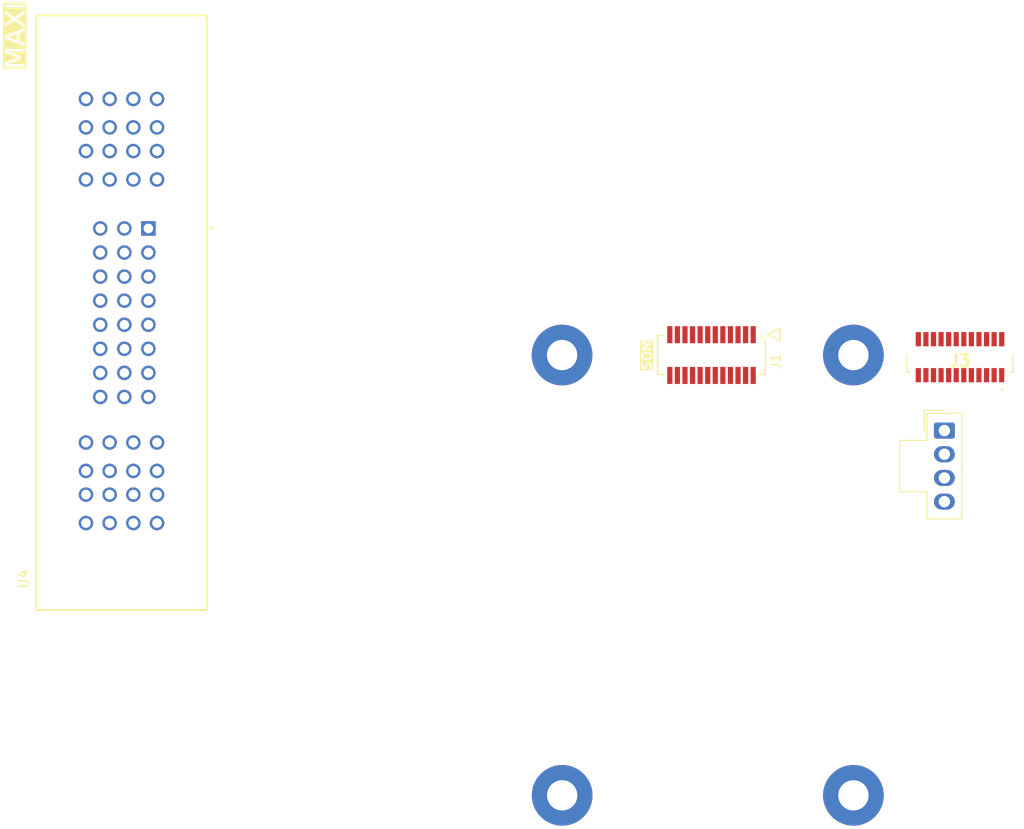
<source format=kicad_pcb>
(kicad_pcb (version 20241229) (generator "pcbnew") (generator_version "9.0")
  (layers (0 "F.Cu" signal) (2 "B.Cu" signal) (13 "F.Paste" user) (15 "B.Paste" user) (5 "F.SilkS" user "F.Silkscreen") (7 "B.SilkS" user "B.Silkscreen") (1 "F.Mask" user) (3 "B.Mask" user) (25 "Edge.Cuts" user))
  (net 0 "")
  (net 1 "GND")
  (net 16 "+3.3V")
  (net 17 "/STATUS_LED")
  (net 18 "Net-(J1-+24V_In)")
  (net 19 "Net-(J1-CAN_L)")
  (net 20 "/PSOM2")
  (net 22 "/PSOM1")
  (net 27 "Net-(J1-CAN_H)")
  (net 28 "/SR_DATA")
  (net 33 "/SR_CLK")
  (net 43 "/SUPPMON-")
  (net 45 "/SUPPMON+")
  (net 49 "/24Out")
  (net 51 "/Vicor-")
  (net 59 "/24in")
  (footprint "UTSVT_Connectors:524652470" (layer "F.Cu") (at 146.25 96.755)
    (property "Reference" "J3" (at 0 0.4 0) (layer "F.SilkS") (effects (font (size 1.27 1.27) (thickness 0.254))))
    (property "Value" "52465-2470" (hide yes))
    (fp_line (start -5.6 -0.25) (end -5.6 -0.25) (stroke (width 0.1)) (layer "F.SilkS"))
    (fp_line (start -5.6 -0.25) (end -5.6 1.6) (stroke (width 0.1)) (layer "F.SilkS"))
    (fp_line (start -5.6 1.6) (end -5.6 -0.25) (stroke (width 0.1)) (layer "F.SilkS"))
    (fp_line (start -5.6 1.6) (end -5.6 1.6) (stroke (width 0.1)) (layer "F.SilkS"))
    (fp_line (start -5.6 1.6) (end -5.6 1.6) (stroke (width 0.1)) (layer "F.SilkS"))
    (fp_line (start -5.6 1.6) (end -5.25 1.6) (stroke (width 0.1)) (layer "F.SilkS"))
    (fp_line (start -5.25 1.6) (end -5.6 1.6) (stroke (width 0.1)) (layer "F.SilkS"))
    (fp_line (start -5.25 1.6) (end -5.25 1.6) (stroke (width 0.1)) (layer "F.SilkS"))
    (fp_line (start 4.4 3.4) (end 4.4 3.4) (stroke (width 0.2)) (layer "F.SilkS"))
    (fp_line (start 4.4 3.4) (end 4.4 3.4) (stroke (width 0.2)) (layer "F.SilkS"))
    (fp_line (start 4.5 3.4) (end 4.5 3.4) (stroke (width 0.2)) (layer "F.SilkS"))
    (fp_line (start 5.25 1.6) (end 5.25 1.6) (stroke (width 0.1)) (layer "F.SilkS"))
    (fp_line (start 5.25 1.6) (end 5.6 1.6) (stroke (width 0.1)) (layer "F.SilkS"))
    (fp_line (start 5.6 -0.25) (end 5.6 -0.25) (stroke (width 0.1)) (layer "F.SilkS"))
    (fp_line (start 5.6 -0.25) (end 5.6 1.6) (stroke (width 0.1)) (layer "F.SilkS"))
    (fp_line (start 5.6 1.6) (end 5.25 1.6) (stroke (width 0.1)) (layer "F.SilkS"))
    (fp_line (start 5.6 1.6) (end 5.6 -0.25) (stroke (width 0.1)) (layer "F.SilkS"))
    (fp_line (start 5.6 1.6) (end 5.6 1.6) (stroke (width 0.1)) (layer "F.SilkS"))
    (fp_line (start 5.6 1.6) (end 5.6 1.6) (stroke (width 0.1)) (layer "F.SilkS"))
    (fp_arc (start 4.4 3.4) (mid 4.45 3.35) (end 4.5 3.4) (stroke (width 0.2)) (layer "F.SilkS"))
    (fp_arc (start 4.5 3.4) (mid 4.45 3.45) (end 4.4 3.4) (stroke (width 0.2)) (layer "F.SilkS"))
    (fp_arc (start 4.5 3.4) (mid 4.45 3.45) (end 4.4 3.4) (stroke (width 0.2)) (layer "F.SilkS"))
    (pad "" np_thru_hole circle (at -5.3 -1.3) (size 0.85 0.85) (drill 0.85) (layers "*.Cu" "*.Mask"))
    (pad "" np_thru_hole circle (at 5.3 -1.3) (size 0.85 0.85) (drill 0.85) (layers "*.Cu" "*.Mask"))
    (pad "1" smd rect (at 4.4 1.9) (size 0.55 1.5) (layers "F.Cu" "F.Mask" "F.Paste"))
    (pad "2" smd rect (at 4.4 -1.9) (size 0.55 1.5) (layers "F.Cu" "F.Mask" "F.Paste"))
    (pad "3" smd rect (at 3.6 1.9) (size 0.55 1.5) (layers "F.Cu" "F.Mask" "F.Paste"))
    (pad "4" smd rect (at 3.6 -1.9) (size 0.55 1.5) (layers "F.Cu" "F.Mask" "F.Paste"))
    (pad "5" smd rect (at 2.8 1.9) (size 0.55 1.5) (layers "F.Cu" "F.Mask" "F.Paste"))
    (pad "6" smd rect (at 2.8 -1.9) (size 0.55 1.5) (layers "F.Cu" "F.Mask" "F.Paste"))
    (pad "7" smd rect (at 2 1.9) (size 0.55 1.5) (layers "F.Cu" "F.Mask" "F.Paste"))
    (pad "8" smd rect (at 2 -1.9) (size 0.55 1.5) (layers "F.Cu" "F.Mask" "F.Paste"))
    (pad "9" smd rect (at 1.2 1.9) (size 0.55 1.5) (layers "F.Cu" "F.Mask" "F.Paste"))
    (pad "10" smd rect (at 1.2 -1.9) (size 0.55 1.5) (layers "F.Cu" "F.Mask" "F.Paste"))
    (pad "11" smd rect (at 0.4 1.9) (size 0.55 1.5) (layers "F.Cu" "F.Mask" "F.Paste"))
    (pad "12" smd rect (at 0.4 -1.9) (size 0.55 1.5) (layers "F.Cu" "F.Mask" "F.Paste"))
    (pad "13" smd rect (at -0.4 1.9) (size 0.55 1.5) (layers "F.Cu" "F.Mask" "F.Paste"))
    (pad "14" smd rect (at -0.4 -1.9) (size 0.55 1.5) (layers "F.Cu" "F.Mask" "F.Paste"))
    (pad "15" smd rect (at -1.2 1.9) (size 0.55 1.5) (layers "F.Cu" "F.Mask" "F.Paste"))
    (pad "16" smd rect (at -1.2 -1.9) (size 0.55 1.5) (layers "F.Cu" "F.Mask" "F.Paste"))
    (pad "17" smd rect (at -2 1.9) (size 0.55 1.5) (layers "F.Cu" "F.Mask" "F.Paste") (net 51 "/Vicor-"))
    (pad "18" smd rect (at -2 -1.9) (size 0.55 1.5) (layers "F.Cu" "F.Mask" "F.Paste"))
    (pad "19" smd rect (at -2.8 1.9) (size 0.55 1.5) (layers "F.Cu" "F.Mask" "F.Paste") (net 49 "/24Out"))
    (pad "20" smd rect (at -2.8 -1.9) (size 0.55 1.5) (layers "F.Cu" "F.Mask" "F.Paste"))
    (pad "21" smd rect (at -3.6 1.9) (size 0.55 1.5) (layers "F.Cu" "F.Mask" "F.Paste") (net 43 "/SUPPMON-"))
    (pad "22" smd rect (at -3.6 -1.9) (size 0.55 1.5) (layers "F.Cu" "F.Mask" "F.Paste"))
    (pad "23" smd rect (at -4.4 1.9) (size 0.55 1.5) (layers "F.Cu" "F.Mask" "F.Paste") (net 45 "/SUPPMON+"))
    (pad "24" smd rect (at -4.4 -1.9) (size 0.55 1.5) (layers "F.Cu" "F.Mask" "F.Paste"))
  )
  (footprint "UTSVT_Connectors:PeripheralSOM" (layer "F.Cu") (at 120.02 96.53)
    (property "Reference" "J1" (at 6.8 0.67 90) (layer "F.SilkS"))
    (property "Value" "53307-2471")
    (fp_line (start -5.6896 -2.0574) (end -5.0038 -2.0574) (stroke (width 0.1524)) (layer "F.SilkS"))
    (fp_line (start -5.6896 2.0574) (end -5.6896 -2.0574) (stroke (width 0.1524)) (layer "F.SilkS"))
    (fp_line (start -5.0038 2.0574) (end -5.6896 2.0574) (stroke (width 0.1524)) (layer "F.SilkS"))
    (fp_line (start 5.1562 -2.0574) (end 5.6896 -1.5494) (stroke (width 0.1524)) (layer "F.SilkS"))
    (fp_line (start 5.6896 -1.5494) (end 5.6896 2.0574) (stroke (width 0.1524)) (layer "F.SilkS"))
    (fp_line (start 5.6896 2.0574) (end 5.0038 2.0574) (stroke (width 0.1524)) (layer "F.SilkS"))
    (fp_line (start 5.9436 -2.159) (end 7.2136 -2.794) (stroke (width 0.1524)) (layer "F.SilkS"))
    (fp_line (start 7.2136 -2.794) (end 7.2136 -1.524) (stroke (width 0.1524)) (layer "F.SilkS"))
    (fp_line (start 7.2136 -1.524) (end 5.9436 -2.159) (stroke (width 0.1524)) (layer "F.SilkS"))
    (fp_text user "SOM" (at -6.22 1.68 90) (layer "F.SilkS" knockout) (effects (justify left bottom)))
    (pad "1" smd rect (at 4.4 -2.15) (size 0.55 1.8) (layers "F.Cu" "F.Mask" "F.Paste") (net 1 "GND"))
    (pad "2" smd rect (at 4.4 2.15) (size 0.55 1.8) (layers "F.Cu" "F.Mask" "F.Paste") (net 16 "+3.3V"))
    (pad "3" smd rect (at 3.6 -2.15) (size 0.55 1.8) (layers "F.Cu" "F.Mask" "F.Paste") (net 1 "GND"))
    (pad "4" smd rect (at 3.6 2.15) (size 0.55 1.8) (layers "F.Cu" "F.Mask" "F.Paste"))
    (pad "5" smd rect (at 2.8 -2.15) (size 0.55 1.8) (layers "F.Cu" "F.Mask" "F.Paste") (net 1 "GND"))
    (pad "6" smd rect (at 2.8 2.15) (size 0.55 1.8) (layers "F.Cu" "F.Mask" "F.Paste"))
    (pad "7" smd rect (at 2 -2.15) (size 0.55 1.8) (layers "F.Cu" "F.Mask" "F.Paste"))
    (pad "8" smd rect (at 2 2.15) (size 0.55 1.8) (layers "F.Cu" "F.Mask" "F.Paste"))
    (pad "9" smd rect (at 1.2 -2.15) (size 0.55 1.8) (layers "F.Cu" "F.Mask" "F.Paste") (net 22 "/PSOM1"))
    (pad "10" smd rect (at 1.2 2.15) (size 0.55 1.8) (layers "F.Cu" "F.Mask" "F.Paste"))
    (pad "11" smd rect (at 0.400003 -2.15) (size 0.55 1.8) (layers "F.Cu" "F.Mask" "F.Paste") (net 20 "/PSOM2"))
    (pad "12" smd rect (at 0.400003 2.15) (size 0.55 1.8) (layers "F.Cu" "F.Mask" "F.Paste") (net 17 "/STATUS_LED"))
    (pad "13" smd rect (at -0.4 -2.15) (size 0.55 1.8) (layers "F.Cu" "F.Mask" "F.Paste"))
    (pad "14" smd rect (at -0.4 2.15) (size 0.55 1.8) (layers "F.Cu" "F.Mask" "F.Paste"))
    (pad "15" smd rect (at -1.2 -2.15) (size 0.55 1.8) (layers "F.Cu" "F.Mask" "F.Paste"))
    (pad "16" smd rect (at -1.2 2.15) (size 0.55 1.8) (layers "F.Cu" "F.Mask" "F.Paste") (net 28 "/SR_DATA"))
    (pad "17" smd rect (at -2 -2.15) (size 0.55 1.8) (layers "F.Cu" "F.Mask" "F.Paste"))
    (pad "18" smd rect (at -2 2.15) (size 0.55 1.8) (layers "F.Cu" "F.Mask" "F.Paste") (net 33 "/SR_CLK"))
    (pad "19" smd rect (at -2.8 -2.15) (size 0.55 1.8) (layers "F.Cu" "F.Mask" "F.Paste"))
    (pad "20" smd rect (at -2.8 2.15) (size 0.55 1.8) (layers "F.Cu" "F.Mask" "F.Paste") (net 19 "Net-(J1-CAN_L)"))
    (pad "21" smd rect (at -3.6 -2.15) (size 0.55 1.8) (layers "F.Cu" "F.Mask" "F.Paste"))
    (pad "22" smd rect (at -3.6 2.15) (size 0.55 1.8) (layers "F.Cu" "F.Mask" "F.Paste") (net 27 "Net-(J1-CAN_H)"))
    (pad "23" smd rect (at -4.4 -2.15) (size 0.55 1.8) (layers "F.Cu" "F.Mask" "F.Paste"))
    (pad "24" smd rect (at -4.4 2.15) (size 0.55 1.8) (layers "F.Cu" "F.Mask" "F.Paste") (net 18 "Net-(J1-+24V_In)"))
    (pad "25" thru_hole circle (at -15.77 0) (size 3.6 3.6) (drill 3.2) (layers "*.Cu" "*.Mask"))
    (pad "25" connect circle (at -15.77 0) (size 6.4 6.4) (layers "F.Cu" "F.Mask"))
    (pad "25" connect circle (at -15.77 0) (size 6.4 6.4) (layers "B.Cu" "B.Mask"))
    (pad "26" thru_hole circle (at 14.98 0) (size 3.6 3.6) (drill 3.2) (layers "*.Cu" "*.Mask"))
    (pad "26" connect circle (at 14.98 0) (size 6.4 6.4) (layers "F.Cu" "F.Mask"))
    (pad "26" connect circle (at 14.98 0) (size 6.4 6.4) (layers "B.Cu" "B.Mask"))
    (pad "27" thru_hole circle (at 14.98 46.47) (size 3.6 3.6) (drill 3.2) (layers "*.Cu" "*.Mask"))
    (pad "27" connect circle (at 14.98 46.47) (size 6.4 6.4) (layers "F.Cu" "F.Mask"))
    (pad "27" connect circle (at 14.98 46.47) (size 6.4 6.4) (layers "B.Cu" "B.Mask"))
    (pad "28" thru_hole circle (at -15.76 46.47) (size 3.6 3.6) (drill 3.2) (layers "*.Cu" "*.Mask"))
    (pad "28" connect circle (at -15.76 46.47) (size 6.4 6.4) (layers "F.Cu" "F.Mask"))
    (pad "28" connect circle (at -15.76 46.47) (size 6.4 6.4) (layers "B.Cu" "B.Mask"))
  )
  (footprint "UTSVT_Connectors:Maxi_Carrier_Connector" (layer "F.Cu") (at 57.75 92.06 90)
    (property "Reference" "U4" (at -28.1 -10.335 90) (layer "F.SilkS"))
    (property "Value" "~")
    (fp_line (start 31.38 -9) (end -31.38 -9) (stroke (width 0.2)) (layer "F.SilkS"))
    (fp_line (start -31.38 -9) (end -31.38 9) (stroke (width 0.2)) (layer "F.SilkS"))
    (fp_line (start 31.38 9) (end 31.38 -9) (stroke (width 0.2)) (layer "F.SilkS"))
    (fp_line (start -31.38 9) (end 31.38 9) (stroke (width 0.2)) (layer "F.SilkS"))
    (fp_circle (center 9 9.5) (end 9.1 9.5) (stroke (width 0.2)) (fill no) (layer "F.SilkS"))
    (fp_text user "MAXI" (at 25.71 -9.89 90) (layer "F.SilkS" knockout) (effects (font (size 2 2) (thickness 0.3)) (justify left bottom)))
    (pad "1" thru_hole rect (at 8.89 2.84 90) (size 1.53 1.53) (drill 1.02) (layers "*.Cu" "*.Mask"))
    (pad "2" thru_hole circle (at 6.35 2.84 90) (size 1.53 1.53) (drill 1.02) (layers "*.Cu" "*.Mask"))
    (pad "3" thru_hole circle (at 3.81 2.84 90) (size 1.53 1.53) (drill 1.02) (layers "*.Cu" "*.Mask"))
    (pad "4" thru_hole circle (at 1.27 2.84 90) (size 1.53 1.53) (drill 1.02) (layers "*.Cu" "*.Mask"))
    (pad "5" thru_hole circle (at -1.27 2.84 90) (size 1.53 1.53) (drill 1.02) (layers "*.Cu" "*.Mask"))
    (pad "6" thru_hole circle (at -3.81 2.84 90) (size 1.53 1.53) (drill 1.02) (layers "*.Cu" "*.Mask"))
    (pad "7" thru_hole circle (at -6.35 2.84 90) (size 1.53 1.53) (drill 1.02) (layers "*.Cu" "*.Mask"))
    (pad "8" thru_hole circle (at -8.89 2.84 90) (size 1.53 1.53) (drill 1.02) (layers "*.Cu" "*.Mask"))
    (pad "9" thru_hole circle (at 8.89 0.3 90) (size 1.53 1.53) (drill 1.02) (layers "*.Cu" "*.Mask"))
    (pad "10" thru_hole circle (at 6.35 0.3 90) (size 1.53 1.53) (drill 1.02) (layers "*.Cu" "*.Mask"))
    (pad "11" thru_hole circle (at 3.81 0.3 90) (size 1.53 1.53) (drill 1.02) (layers "*.Cu" "*.Mask"))
    (pad "12" thru_hole circle (at 1.27 0.3 90) (size 1.53 1.53) (drill 1.02) (layers "*.Cu" "*.Mask"))
    (pad "13" thru_hole circle (at -1.27 0.3 90) (size 1.53 1.53) (drill 1.02) (layers "*.Cu" "*.Mask"))
    (pad "14" thru_hole circle (at -3.81 0.3 90) (size 1.53 1.53) (drill 1.02) (layers "*.Cu" "*.Mask"))
    (pad "15" thru_hole circle (at -6.35 0.3 90) (size 1.53 1.53) (drill 1.02) (layers "*.Cu" "*.Mask"))
    (pad "16" thru_hole circle (at -8.89 0.3 90) (size 1.53 1.53) (drill 1.02) (layers "*.Cu" "*.Mask"))
    (pad "17" thru_hole circle (at 8.89 -2.24 90) (size 1.53 1.53) (drill 1.02) (layers "*.Cu" "*.Mask"))
    (pad "18" thru_hole circle (at 6.35 -2.24 90) (size 1.53 1.53) (drill 1.02) (layers "*.Cu" "*.Mask"))
    (pad "19" thru_hole circle (at 3.81 -2.24 90) (size 1.53 1.53) (drill 1.02) (layers "*.Cu" "*.Mask"))
    (pad "20" thru_hole circle (at 1.27 -2.24 90) (size 1.53 1.53) (drill 1.02) (layers "*.Cu" "*.Mask"))
    (pad "21" thru_hole circle (at -1.27 -2.24 90) (size 1.53 1.53) (drill 1.02) (layers "*.Cu" "*.Mask"))
    (pad "22" thru_hole circle (at -3.81 -2.24 90) (size 1.53 1.53) (drill 1.02) (layers "*.Cu" "*.Mask"))
    (pad "23" thru_hole circle (at -6.35 -2.24 90) (size 1.53 1.53) (drill 1.02) (layers "*.Cu" "*.Mask"))
    (pad "24" thru_hole circle (at -8.89 -2.24 90) (size 1.53 1.53) (drill 1.02) (layers "*.Cu" "*.Mask"))
    (pad "P01" thru_hole circle (at 19.56 -3.75 90) (size 1.53 1.53) (drill 1.02) (layers "*.Cu" "*.Mask"))
    (pad "P01" thru_hole circle (at 19.56 -1.25 90) (size 1.53 1.53) (drill 1.02) (layers "*.Cu" "*.Mask"))
    (pad "P01" thru_hole circle (at 19.56 1.25 90) (size 1.53 1.53) (drill 1.02) (layers "*.Cu" "*.Mask"))
    (pad "P01" thru_hole circle (at 19.56 3.75 90) (size 1.53 1.53) (drill 1.02) (layers "*.Cu" "*.Mask"))
    (pad "P01" thru_hole circle (at 22.56 -3.75 90) (size 1.53 1.53) (drill 1.02) (layers "*.Cu" "*.Mask"))
    (pad "P01" thru_hole circle (at 22.56 -1.25 90) (size 1.53 1.53) (drill 1.02) (layers "*.Cu" "*.Mask"))
    (pad "P01" thru_hole circle (at 22.56 1.25 90) (size 1.53 1.53) (drill 1.02) (layers "*.Cu" "*.Mask"))
    (pad "P01" thru_hole circle (at 22.56 3.75 90) (size 1.53 1.53) (drill 1.02) (layers "*.Cu" "*.Mask"))
    (pad "P02" thru_hole circle (at 14.06 -3.75 90) (size 1.53 1.53) (drill 1.02) (layers "*.Cu" "*.Mask") (net 59 "/24in"))
    (pad "P02" thru_hole circle (at 14.06 -1.25 90) (size 1.53 1.53) (drill 1.02) (layers "*.Cu" "*.Mask") (net 59 "/24in"))
    (pad "P02" thru_hole circle (at 14.06 1.25 90) (size 1.53 1.53) (drill 1.02) (layers "*.Cu" "*.Mask") (net 59 "/24in"))
    (pad "P02" thru_hole circle (at 14.06 3.75 90) (size 1.53 1.53) (drill 1.02) (layers "*.Cu" "*.Mask") (net 59 "/24in"))
    (pad "P02" thru_hole circle (at 17.06 -3.75 90) (size 1.53 1.53) (drill 1.02) (layers "*.Cu" "*.Mask") (net 59 "/24in"))
    (pad "P02" thru_hole circle (at 17.06 -1.25 90) (size 1.53 1.53) (drill 1.02) (layers "*.Cu" "*.Mask") (net 59 "/24in"))
    (pad "P02" thru_hole circle (at 17.06 1.25 90) (size 1.53 1.53) (drill 1.02) (layers "*.Cu" "*.Mask") (net 59 "/24in"))
    (pad "P02" thru_hole circle (at 17.06 3.75 90) (size 1.53 1.53) (drill 1.02) (layers "*.Cu" "*.Mask") (net 59 "/24in"))
    (pad "P03" thru_hole circle (at -16.7 -3.75 90) (size 1.53 1.53) (drill 1.02) (layers "*.Cu" "*.Mask") (net 49 "/24Out"))
    (pad "P03" thru_hole circle (at -16.7 -1.25 90) (size 1.53 1.53) (drill 1.02) (layers "*.Cu" "*.Mask") (net 49 "/24Out"))
    (pad "P03" thru_hole circle (at -16.7 1.25 90) (size 1.53 1.53) (drill 1.02) (layers "*.Cu" "*.Mask") (net 49 "/24Out"))
    (pad "P03" thru_hole circle (at -16.7 3.75 90) (size 1.53 1.53) (drill 1.02) (layers "*.Cu" "*.Mask") (net 49 "/24Out"))
    (pad "P03" thru_hole circle (at -13.7 -3.75 90) (size 1.53 1.53) (drill 1.02) (layers "*.Cu" "*.Mask") (net 49 "/24Out"))
    (pad "P03" thru_hole circle (at -13.7 -1.25 90) (size 1.53 1.53) (drill 1.02) (layers "*.Cu" "*.Mask") (net 49 "/24Out"))
    (pad "P03" thru_hole circle (at -13.7 1.25 90) (size 1.53 1.53) (drill 1.02) (layers "*.Cu" "*.Mask") (net 49 "/24Out"))
    (pad "P03" thru_hole circle (at -13.7 3.75 90) (size 1.53 1.53) (drill 1.02) (layers "*.Cu" "*.Mask") (net 49 "/24Out"))
    (pad "P04" thru_hole circle (at -22.2 -3.75 90) (size 1.53 1.53) (drill 1.02) (layers "*.Cu" "*.Mask"))
    (pad "P04" thru_hole circle (at -22.2 -1.25 90) (size 1.53 1.53) (drill 1.02) (layers "*.Cu" "*.Mask"))
    (pad "P04" thru_hole circle (at -22.2 1.25 90) (size 1.53 1.53) (drill 1.02) (layers "*.Cu" "*.Mask"))
    (pad "P04" thru_hole circle (at -22.2 3.75 90) (size 1.53 1.53) (drill 1.02) (layers "*.Cu" "*.Mask"))
    (pad "P04" thru_hole circle (at -19.2 -3.75 90) (size 1.53 1.53) (drill 1.02) (layers "*.Cu" "*.Mask"))
    (pad "P04" thru_hole circle (at -19.2 -1.25 90) (size 1.53 1.53) (drill 1.02) (layers "*.Cu" "*.Mask"))
    (pad "P04" thru_hole circle (at -19.2 1.25 90) (size 1.53 1.53) (drill 1.02) (layers "*.Cu" "*.Mask"))
    (pad "P04" thru_hole circle (at -19.2 3.75 90) (size 1.53 1.53) (drill 1.02) (layers "*.Cu" "*.Mask"))
  )
  (footprint "UTSVT_Connectors:Molex_Nano-Fit_105309-xx04_1x04_P2.50mm_Vertical" (layer "F.Cu") (at 144.34 107.57)
    (property "Reference" "J4" (hide yes))
    (property "Value" "PeripheralCAN" (hide yes))
    (fp_line (start -4.45 -2.03) (end -4.45 0.68) (stroke (width 0.12)) (layer "F.SilkS"))
    (fp_line (start -4.45 3.39) (end -4.45 0.68) (stroke (width 0.12)) (layer "F.SilkS"))
    (fp_line (start -1.89 -5.2) (end -1.89 -3.07) (stroke (width 0.12)) (layer "F.SilkS"))
    (fp_line (start -1.59 -4.9) (end -1.59 -2.03) (stroke (width 0.12)) (layer "F.SilkS"))
    (fp_line (start -1.59 -2.03) (end -4.45 -2.03) (stroke (width 0.12)) (layer "F.SilkS"))
    (fp_line (start -1.59 3.39) (end -4.45 3.39) (stroke (width 0.12)) (layer "F.SilkS"))
    (fp_line (start -1.59 6.26) (end -1.59 3.39) (stroke (width 0.12)) (layer "F.SilkS"))
    (fp_line (start 0.26 -5.2) (end -1.89 -5.2) (stroke (width 0.12)) (layer "F.SilkS"))
    (fp_line (start 2.11 -4.9) (end -1.59 -4.9) (stroke (width 0.12)) (layer "F.SilkS"))
    (fp_line (start 2.11 0.68) (end 2.11 -4.9) (stroke (width 0.12)) (layer "F.SilkS"))
    (fp_line (start 2.11 0.68) (end 2.11 6.26) (stroke (width 0.12)) (layer "F.SilkS"))
    (fp_line (start 2.11 6.26) (end -1.59 6.26) (stroke (width 0.12)) (layer "F.SilkS"))
    (pad "" np_thru_hole circle (at -1.08 0.68) (size 1.3 1.3) (drill 1.3) (layers "*.Cu" "*.Mask"))
    (pad "1" thru_hole roundrect (at 0.26 -3.07) (size 2.2 1.7) (drill 1.2) (layers "*.Cu" "*.Mask") (roundrect_rratio 0.147059) (net 18 "Net-(J1-+24V_In)"))
    (pad "2" thru_hole oval (at 0.26 -0.57) (size 2.2 1.7) (drill 1.2) (layers "*.Cu" "*.Mask") (net 1 "GND"))
    (pad "3" thru_hole oval (at 0.26 1.93) (size 2.2 1.7) (drill 1.2) (layers "*.Cu" "*.Mask") (net 27 "Net-(J1-CAN_H)"))
    (pad "4" thru_hole oval (at 0.26 4.43) (size 2.2 1.7) (drill 1.2) (layers "*.Cu" "*.Mask") (net 19 "Net-(J1-CAN_L)"))
  )
)
</source>
